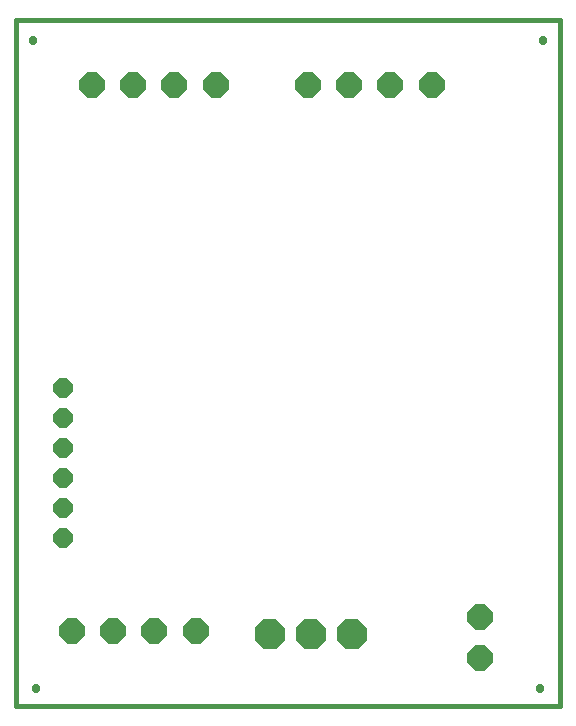
<source format=gts>
G75*
%MOIN*%
%OFA0B0*%
%FSLAX25Y25*%
%IPPOS*%
%LPD*%
%AMOC8*
5,1,8,0,0,1.08239X$1,22.5*
%
%ADD10C,0.00000*%
%ADD11C,0.02762*%
%ADD12C,0.01600*%
%ADD13OC8,0.06400*%
%ADD14OC8,0.08400*%
%ADD15OC8,0.09900*%
D10*
X0001900Y0002100D02*
X0001900Y0230801D01*
X0001900Y0231100D02*
X0183071Y0231100D01*
X0183071Y0002100D01*
X0001900Y0002100D01*
X0007219Y0008100D02*
X0007221Y0008169D01*
X0007227Y0008237D01*
X0007237Y0008305D01*
X0007251Y0008372D01*
X0007269Y0008439D01*
X0007290Y0008504D01*
X0007316Y0008568D01*
X0007345Y0008630D01*
X0007377Y0008690D01*
X0007413Y0008749D01*
X0007453Y0008805D01*
X0007495Y0008859D01*
X0007541Y0008910D01*
X0007590Y0008959D01*
X0007641Y0009005D01*
X0007695Y0009047D01*
X0007751Y0009087D01*
X0007809Y0009123D01*
X0007870Y0009155D01*
X0007932Y0009184D01*
X0007996Y0009210D01*
X0008061Y0009231D01*
X0008128Y0009249D01*
X0008195Y0009263D01*
X0008263Y0009273D01*
X0008331Y0009279D01*
X0008400Y0009281D01*
X0008469Y0009279D01*
X0008537Y0009273D01*
X0008605Y0009263D01*
X0008672Y0009249D01*
X0008739Y0009231D01*
X0008804Y0009210D01*
X0008868Y0009184D01*
X0008930Y0009155D01*
X0008990Y0009123D01*
X0009049Y0009087D01*
X0009105Y0009047D01*
X0009159Y0009005D01*
X0009210Y0008959D01*
X0009259Y0008910D01*
X0009305Y0008859D01*
X0009347Y0008805D01*
X0009387Y0008749D01*
X0009423Y0008690D01*
X0009455Y0008630D01*
X0009484Y0008568D01*
X0009510Y0008504D01*
X0009531Y0008439D01*
X0009549Y0008372D01*
X0009563Y0008305D01*
X0009573Y0008237D01*
X0009579Y0008169D01*
X0009581Y0008100D01*
X0009579Y0008031D01*
X0009573Y0007963D01*
X0009563Y0007895D01*
X0009549Y0007828D01*
X0009531Y0007761D01*
X0009510Y0007696D01*
X0009484Y0007632D01*
X0009455Y0007570D01*
X0009423Y0007509D01*
X0009387Y0007451D01*
X0009347Y0007395D01*
X0009305Y0007341D01*
X0009259Y0007290D01*
X0009210Y0007241D01*
X0009159Y0007195D01*
X0009105Y0007153D01*
X0009049Y0007113D01*
X0008991Y0007077D01*
X0008930Y0007045D01*
X0008868Y0007016D01*
X0008804Y0006990D01*
X0008739Y0006969D01*
X0008672Y0006951D01*
X0008605Y0006937D01*
X0008537Y0006927D01*
X0008469Y0006921D01*
X0008400Y0006919D01*
X0008331Y0006921D01*
X0008263Y0006927D01*
X0008195Y0006937D01*
X0008128Y0006951D01*
X0008061Y0006969D01*
X0007996Y0006990D01*
X0007932Y0007016D01*
X0007870Y0007045D01*
X0007809Y0007077D01*
X0007751Y0007113D01*
X0007695Y0007153D01*
X0007641Y0007195D01*
X0007590Y0007241D01*
X0007541Y0007290D01*
X0007495Y0007341D01*
X0007453Y0007395D01*
X0007413Y0007451D01*
X0007377Y0007509D01*
X0007345Y0007570D01*
X0007316Y0007632D01*
X0007290Y0007696D01*
X0007269Y0007761D01*
X0007251Y0007828D01*
X0007237Y0007895D01*
X0007227Y0007963D01*
X0007221Y0008031D01*
X0007219Y0008100D01*
X0175219Y0008100D02*
X0175221Y0008169D01*
X0175227Y0008237D01*
X0175237Y0008305D01*
X0175251Y0008372D01*
X0175269Y0008439D01*
X0175290Y0008504D01*
X0175316Y0008568D01*
X0175345Y0008630D01*
X0175377Y0008690D01*
X0175413Y0008749D01*
X0175453Y0008805D01*
X0175495Y0008859D01*
X0175541Y0008910D01*
X0175590Y0008959D01*
X0175641Y0009005D01*
X0175695Y0009047D01*
X0175751Y0009087D01*
X0175809Y0009123D01*
X0175870Y0009155D01*
X0175932Y0009184D01*
X0175996Y0009210D01*
X0176061Y0009231D01*
X0176128Y0009249D01*
X0176195Y0009263D01*
X0176263Y0009273D01*
X0176331Y0009279D01*
X0176400Y0009281D01*
X0176469Y0009279D01*
X0176537Y0009273D01*
X0176605Y0009263D01*
X0176672Y0009249D01*
X0176739Y0009231D01*
X0176804Y0009210D01*
X0176868Y0009184D01*
X0176930Y0009155D01*
X0176990Y0009123D01*
X0177049Y0009087D01*
X0177105Y0009047D01*
X0177159Y0009005D01*
X0177210Y0008959D01*
X0177259Y0008910D01*
X0177305Y0008859D01*
X0177347Y0008805D01*
X0177387Y0008749D01*
X0177423Y0008690D01*
X0177455Y0008630D01*
X0177484Y0008568D01*
X0177510Y0008504D01*
X0177531Y0008439D01*
X0177549Y0008372D01*
X0177563Y0008305D01*
X0177573Y0008237D01*
X0177579Y0008169D01*
X0177581Y0008100D01*
X0177579Y0008031D01*
X0177573Y0007963D01*
X0177563Y0007895D01*
X0177549Y0007828D01*
X0177531Y0007761D01*
X0177510Y0007696D01*
X0177484Y0007632D01*
X0177455Y0007570D01*
X0177423Y0007509D01*
X0177387Y0007451D01*
X0177347Y0007395D01*
X0177305Y0007341D01*
X0177259Y0007290D01*
X0177210Y0007241D01*
X0177159Y0007195D01*
X0177105Y0007153D01*
X0177049Y0007113D01*
X0176991Y0007077D01*
X0176930Y0007045D01*
X0176868Y0007016D01*
X0176804Y0006990D01*
X0176739Y0006969D01*
X0176672Y0006951D01*
X0176605Y0006937D01*
X0176537Y0006927D01*
X0176469Y0006921D01*
X0176400Y0006919D01*
X0176331Y0006921D01*
X0176263Y0006927D01*
X0176195Y0006937D01*
X0176128Y0006951D01*
X0176061Y0006969D01*
X0175996Y0006990D01*
X0175932Y0007016D01*
X0175870Y0007045D01*
X0175809Y0007077D01*
X0175751Y0007113D01*
X0175695Y0007153D01*
X0175641Y0007195D01*
X0175590Y0007241D01*
X0175541Y0007290D01*
X0175495Y0007341D01*
X0175453Y0007395D01*
X0175413Y0007451D01*
X0175377Y0007509D01*
X0175345Y0007570D01*
X0175316Y0007632D01*
X0175290Y0007696D01*
X0175269Y0007761D01*
X0175251Y0007828D01*
X0175237Y0007895D01*
X0175227Y0007963D01*
X0175221Y0008031D01*
X0175219Y0008100D01*
X0176219Y0224100D02*
X0176221Y0224169D01*
X0176227Y0224237D01*
X0176237Y0224305D01*
X0176251Y0224372D01*
X0176269Y0224439D01*
X0176290Y0224504D01*
X0176316Y0224568D01*
X0176345Y0224630D01*
X0176377Y0224690D01*
X0176413Y0224749D01*
X0176453Y0224805D01*
X0176495Y0224859D01*
X0176541Y0224910D01*
X0176590Y0224959D01*
X0176641Y0225005D01*
X0176695Y0225047D01*
X0176751Y0225087D01*
X0176809Y0225123D01*
X0176870Y0225155D01*
X0176932Y0225184D01*
X0176996Y0225210D01*
X0177061Y0225231D01*
X0177128Y0225249D01*
X0177195Y0225263D01*
X0177263Y0225273D01*
X0177331Y0225279D01*
X0177400Y0225281D01*
X0177469Y0225279D01*
X0177537Y0225273D01*
X0177605Y0225263D01*
X0177672Y0225249D01*
X0177739Y0225231D01*
X0177804Y0225210D01*
X0177868Y0225184D01*
X0177930Y0225155D01*
X0177990Y0225123D01*
X0178049Y0225087D01*
X0178105Y0225047D01*
X0178159Y0225005D01*
X0178210Y0224959D01*
X0178259Y0224910D01*
X0178305Y0224859D01*
X0178347Y0224805D01*
X0178387Y0224749D01*
X0178423Y0224690D01*
X0178455Y0224630D01*
X0178484Y0224568D01*
X0178510Y0224504D01*
X0178531Y0224439D01*
X0178549Y0224372D01*
X0178563Y0224305D01*
X0178573Y0224237D01*
X0178579Y0224169D01*
X0178581Y0224100D01*
X0178579Y0224031D01*
X0178573Y0223963D01*
X0178563Y0223895D01*
X0178549Y0223828D01*
X0178531Y0223761D01*
X0178510Y0223696D01*
X0178484Y0223632D01*
X0178455Y0223570D01*
X0178423Y0223509D01*
X0178387Y0223451D01*
X0178347Y0223395D01*
X0178305Y0223341D01*
X0178259Y0223290D01*
X0178210Y0223241D01*
X0178159Y0223195D01*
X0178105Y0223153D01*
X0178049Y0223113D01*
X0177991Y0223077D01*
X0177930Y0223045D01*
X0177868Y0223016D01*
X0177804Y0222990D01*
X0177739Y0222969D01*
X0177672Y0222951D01*
X0177605Y0222937D01*
X0177537Y0222927D01*
X0177469Y0222921D01*
X0177400Y0222919D01*
X0177331Y0222921D01*
X0177263Y0222927D01*
X0177195Y0222937D01*
X0177128Y0222951D01*
X0177061Y0222969D01*
X0176996Y0222990D01*
X0176932Y0223016D01*
X0176870Y0223045D01*
X0176809Y0223077D01*
X0176751Y0223113D01*
X0176695Y0223153D01*
X0176641Y0223195D01*
X0176590Y0223241D01*
X0176541Y0223290D01*
X0176495Y0223341D01*
X0176453Y0223395D01*
X0176413Y0223451D01*
X0176377Y0223509D01*
X0176345Y0223570D01*
X0176316Y0223632D01*
X0176290Y0223696D01*
X0176269Y0223761D01*
X0176251Y0223828D01*
X0176237Y0223895D01*
X0176227Y0223963D01*
X0176221Y0224031D01*
X0176219Y0224100D01*
X0006219Y0224100D02*
X0006221Y0224169D01*
X0006227Y0224237D01*
X0006237Y0224305D01*
X0006251Y0224372D01*
X0006269Y0224439D01*
X0006290Y0224504D01*
X0006316Y0224568D01*
X0006345Y0224630D01*
X0006377Y0224690D01*
X0006413Y0224749D01*
X0006453Y0224805D01*
X0006495Y0224859D01*
X0006541Y0224910D01*
X0006590Y0224959D01*
X0006641Y0225005D01*
X0006695Y0225047D01*
X0006751Y0225087D01*
X0006809Y0225123D01*
X0006870Y0225155D01*
X0006932Y0225184D01*
X0006996Y0225210D01*
X0007061Y0225231D01*
X0007128Y0225249D01*
X0007195Y0225263D01*
X0007263Y0225273D01*
X0007331Y0225279D01*
X0007400Y0225281D01*
X0007469Y0225279D01*
X0007537Y0225273D01*
X0007605Y0225263D01*
X0007672Y0225249D01*
X0007739Y0225231D01*
X0007804Y0225210D01*
X0007868Y0225184D01*
X0007930Y0225155D01*
X0007990Y0225123D01*
X0008049Y0225087D01*
X0008105Y0225047D01*
X0008159Y0225005D01*
X0008210Y0224959D01*
X0008259Y0224910D01*
X0008305Y0224859D01*
X0008347Y0224805D01*
X0008387Y0224749D01*
X0008423Y0224690D01*
X0008455Y0224630D01*
X0008484Y0224568D01*
X0008510Y0224504D01*
X0008531Y0224439D01*
X0008549Y0224372D01*
X0008563Y0224305D01*
X0008573Y0224237D01*
X0008579Y0224169D01*
X0008581Y0224100D01*
X0008579Y0224031D01*
X0008573Y0223963D01*
X0008563Y0223895D01*
X0008549Y0223828D01*
X0008531Y0223761D01*
X0008510Y0223696D01*
X0008484Y0223632D01*
X0008455Y0223570D01*
X0008423Y0223509D01*
X0008387Y0223451D01*
X0008347Y0223395D01*
X0008305Y0223341D01*
X0008259Y0223290D01*
X0008210Y0223241D01*
X0008159Y0223195D01*
X0008105Y0223153D01*
X0008049Y0223113D01*
X0007991Y0223077D01*
X0007930Y0223045D01*
X0007868Y0223016D01*
X0007804Y0222990D01*
X0007739Y0222969D01*
X0007672Y0222951D01*
X0007605Y0222937D01*
X0007537Y0222927D01*
X0007469Y0222921D01*
X0007400Y0222919D01*
X0007331Y0222921D01*
X0007263Y0222927D01*
X0007195Y0222937D01*
X0007128Y0222951D01*
X0007061Y0222969D01*
X0006996Y0222990D01*
X0006932Y0223016D01*
X0006870Y0223045D01*
X0006809Y0223077D01*
X0006751Y0223113D01*
X0006695Y0223153D01*
X0006641Y0223195D01*
X0006590Y0223241D01*
X0006541Y0223290D01*
X0006495Y0223341D01*
X0006453Y0223395D01*
X0006413Y0223451D01*
X0006377Y0223509D01*
X0006345Y0223570D01*
X0006316Y0223632D01*
X0006290Y0223696D01*
X0006269Y0223761D01*
X0006251Y0223828D01*
X0006237Y0223895D01*
X0006227Y0223963D01*
X0006221Y0224031D01*
X0006219Y0224100D01*
D11*
X0007400Y0224100D03*
X0177400Y0224100D03*
X0176400Y0008100D03*
X0008400Y0008100D03*
D12*
X0001900Y0002100D02*
X0001900Y0230900D01*
X0183200Y0230900D01*
X0183200Y0002100D01*
X0001900Y0002100D01*
D13*
X0017650Y0058350D03*
X0017650Y0068350D03*
X0017650Y0078350D03*
X0017650Y0088350D03*
X0017650Y0098350D03*
X0017650Y0108350D03*
D14*
X0020400Y0027100D03*
X0034180Y0027100D03*
X0047959Y0027100D03*
X0061739Y0027100D03*
X0156400Y0031880D03*
X0156400Y0018100D03*
X0140400Y0209100D03*
X0126620Y0209100D03*
X0112841Y0209100D03*
X0099061Y0209100D03*
X0068400Y0209100D03*
X0054620Y0209100D03*
X0040841Y0209100D03*
X0027061Y0209100D03*
D15*
X0086400Y0026100D03*
X0100180Y0026100D03*
X0113959Y0026100D03*
M02*

</source>
